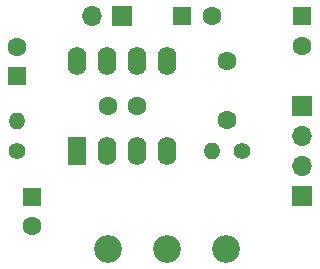
<source format=gbr>
%TF.GenerationSoftware,KiCad,Pcbnew,(6.0.7)*%
%TF.CreationDate,2022-11-20T23:08:14-05:00*%
%TF.ProjectId,LM386_Breakout,4c4d3338-365f-4427-9265-616b6f75742e,rev?*%
%TF.SameCoordinates,Original*%
%TF.FileFunction,Soldermask,Bot*%
%TF.FilePolarity,Negative*%
%FSLAX46Y46*%
G04 Gerber Fmt 4.6, Leading zero omitted, Abs format (unit mm)*
G04 Created by KiCad (PCBNEW (6.0.7)) date 2022-11-20 23:08:14*
%MOMM*%
%LPD*%
G01*
G04 APERTURE LIST*
%ADD10C,2.340000*%
%ADD11R,1.700000X1.700000*%
%ADD12O,1.700000X1.700000*%
%ADD13O,1.400000X1.400000*%
%ADD14C,1.400000*%
%ADD15C,1.600000*%
%ADD16R,1.600000X1.600000*%
%ADD17R,1.600000X2.400000*%
%ADD18O,1.600000X2.400000*%
G04 APERTURE END LIST*
D10*
%TO.C,RV1*%
X166290000Y-135255000D03*
X161290000Y-135255000D03*
X156290000Y-135255000D03*
%TD*%
D11*
%TO.C,J1*%
X172720000Y-130810000D03*
D12*
X172720000Y-128270000D03*
%TD*%
D13*
%TO.C,R2*%
X148590000Y-124460000D03*
D14*
X148590000Y-127000000D03*
%TD*%
%TO.C,R1*%
X167640000Y-127000000D03*
D13*
X165100000Y-127000000D03*
%TD*%
D15*
%TO.C,C2*%
X158750000Y-123175000D03*
X156250000Y-123175000D03*
%TD*%
D16*
%TO.C,C4*%
X172720000Y-115570000D03*
D15*
X172720000Y-118070000D03*
%TD*%
%TO.C,C3*%
X166370000Y-119380000D03*
X166370000Y-124380000D03*
%TD*%
D16*
%TO.C,C5*%
X149860000Y-130850000D03*
D15*
X149860000Y-133350000D03*
%TD*%
D11*
%TO.C,J2*%
X172720000Y-123190000D03*
D12*
X172720000Y-125730000D03*
%TD*%
D11*
%TO.C,J3*%
X157480000Y-115570000D03*
D12*
X154940000Y-115570000D03*
%TD*%
D17*
%TO.C,U1*%
X153670000Y-127000000D03*
D18*
X156210000Y-127000000D03*
X158750000Y-127000000D03*
X161290000Y-127000000D03*
X161290000Y-119380000D03*
X158750000Y-119380000D03*
X156210000Y-119380000D03*
X153670000Y-119380000D03*
%TD*%
D16*
%TO.C,C1*%
X162560000Y-115570000D03*
D15*
X165060000Y-115570000D03*
%TD*%
D16*
%TO.C,C6*%
X148590000Y-120650000D03*
D15*
X148590000Y-118150000D03*
%TD*%
M02*

</source>
